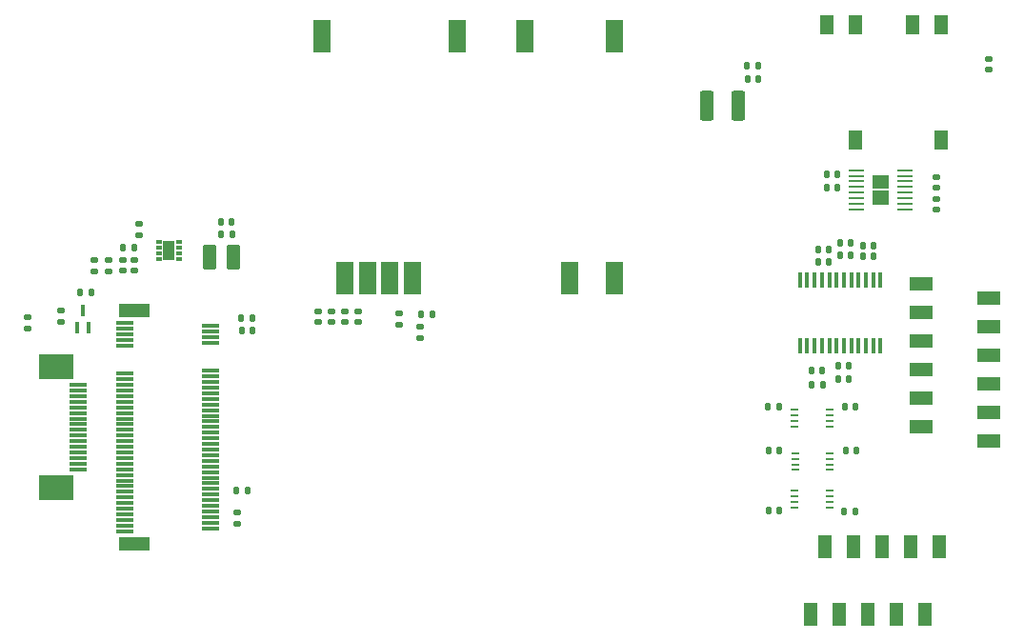
<source format=gbr>
%TF.GenerationSoftware,KiCad,Pcbnew,7.0.10*%
%TF.CreationDate,2024-12-22T17:19:54-08:00*%
%TF.ProjectId,mainbox2.1,6d61696e-626f-4783-922e-312e6b696361,rev?*%
%TF.SameCoordinates,Original*%
%TF.FileFunction,Paste,Top*%
%TF.FilePolarity,Positive*%
%FSLAX46Y46*%
G04 Gerber Fmt 4.6, Leading zero omitted, Abs format (unit mm)*
G04 Created by KiCad (PCBNEW 7.0.10) date 2024-12-22 17:19:54*
%MOMM*%
%LPD*%
G01*
G04 APERTURE LIST*
G04 Aperture macros list*
%AMRoundRect*
0 Rectangle with rounded corners*
0 $1 Rounding radius*
0 $2 $3 $4 $5 $6 $7 $8 $9 X,Y pos of 4 corners*
0 Add a 4 corners polygon primitive as box body*
4,1,4,$2,$3,$4,$5,$6,$7,$8,$9,$2,$3,0*
0 Add four circle primitives for the rounded corners*
1,1,$1+$1,$2,$3*
1,1,$1+$1,$4,$5*
1,1,$1+$1,$6,$7*
1,1,$1+$1,$8,$9*
0 Add four rect primitives between the rounded corners*
20,1,$1+$1,$2,$3,$4,$5,0*
20,1,$1+$1,$4,$5,$6,$7,0*
20,1,$1+$1,$6,$7,$8,$9,0*
20,1,$1+$1,$8,$9,$2,$3,0*%
G04 Aperture macros list end*
%ADD10RoundRect,0.140000X0.140000X0.170000X-0.140000X0.170000X-0.140000X-0.170000X0.140000X-0.170000X0*%
%ADD11RoundRect,0.140000X-0.140000X-0.170000X0.140000X-0.170000X0.140000X0.170000X-0.140000X0.170000X0*%
%ADD12RoundRect,0.135000X-0.135000X-0.185000X0.135000X-0.185000X0.135000X0.185000X-0.135000X0.185000X0*%
%ADD13RoundRect,0.135000X0.135000X0.185000X-0.135000X0.185000X-0.135000X-0.185000X0.135000X-0.185000X0*%
%ADD14RoundRect,0.135000X0.185000X-0.135000X0.185000X0.135000X-0.185000X0.135000X-0.185000X-0.135000X0*%
%ADD15RoundRect,0.140000X-0.170000X0.140000X-0.170000X-0.140000X0.170000X-0.140000X0.170000X0.140000X0*%
%ADD16R,0.750000X0.250000*%
%ADD17R,2.000000X1.200000*%
%ADD18RoundRect,0.140000X0.170000X-0.140000X0.170000X0.140000X-0.170000X0.140000X-0.170000X-0.140000X0*%
%ADD19R,1.524000X2.844800*%
%ADD20RoundRect,0.135000X-0.185000X0.135000X-0.185000X-0.135000X0.185000X-0.135000X0.185000X0.135000X0*%
%ADD21RoundRect,0.250000X-0.375000X-0.850000X0.375000X-0.850000X0.375000X0.850000X-0.375000X0.850000X0*%
%ADD22R,1.600000X0.300000*%
%ADD23R,3.120000X2.240000*%
%ADD24R,0.400000X1.000000*%
%ADD25R,1.200000X1.800000*%
%ADD26R,1.200000X2.000000*%
%ADD27R,0.500000X0.350000*%
%ADD28R,1.000000X1.800000*%
%ADD29R,1.397000X0.279400*%
%ADD30RoundRect,0.250000X0.375000X1.075000X-0.375000X1.075000X-0.375000X-1.075000X0.375000X-1.075000X0*%
%ADD31R,1.550000X0.300000*%
%ADD32R,2.750000X1.200000*%
%ADD33R,0.450000X1.475000*%
G04 APERTURE END LIST*
%TO.C,U4*%
G36*
X140017100Y-79442399D02*
G01*
X138566100Y-79442399D01*
X138566100Y-78219999D01*
X140017100Y-78219999D01*
X140017100Y-79442399D01*
G37*
G36*
X140017100Y-78019999D02*
G01*
X138566100Y-78019999D01*
X138566100Y-76797599D01*
X140017100Y-76797599D01*
X140017100Y-78019999D01*
G37*
%TD*%
D10*
%TO.C,C23*%
X135456000Y-76720000D03*
X134496000Y-76720000D03*
%TD*%
D11*
%TO.C,C26*%
X127450000Y-68250000D03*
X128410000Y-68250000D03*
%TD*%
D12*
%TO.C,R7*%
X98463000Y-89218700D03*
X99483000Y-89218700D03*
%TD*%
D13*
%TO.C,R1*%
X80627800Y-82064000D03*
X81647800Y-82064000D03*
%TD*%
D14*
%TO.C,R8*%
X69392800Y-85396800D03*
X69392800Y-84376800D03*
%TD*%
D10*
%TO.C,C6*%
X134140000Y-95450000D03*
X133180000Y-95450000D03*
%TD*%
%TO.C,C46*%
X137150000Y-101260000D03*
X136190000Y-101260000D03*
%TD*%
D15*
%TO.C,C28*%
X89290000Y-88920000D03*
X89290000Y-89880000D03*
%TD*%
D16*
%TO.C,IC7*%
X131630000Y-97690000D03*
X131630000Y-98190000D03*
X131630000Y-98690000D03*
X131630000Y-99190000D03*
X134730000Y-99190000D03*
X134730000Y-98690000D03*
X134730000Y-98190000D03*
X134730000Y-97690000D03*
%TD*%
D14*
%TO.C,R10*%
X66441200Y-89886000D03*
X66441200Y-88866000D03*
%TD*%
D10*
%TO.C,C4*%
X136460000Y-94940000D03*
X135500000Y-94940000D03*
%TD*%
D17*
%TO.C,J8*%
X142876000Y-86510000D03*
X148876000Y-87780000D03*
X142876000Y-89050000D03*
X148876000Y-90320000D03*
X142876000Y-91590000D03*
X148876000Y-92860000D03*
X142876000Y-94130000D03*
X148876000Y-95400000D03*
X142876000Y-96670000D03*
X148876000Y-97940000D03*
X142876000Y-99210000D03*
X148876000Y-100480000D03*
%TD*%
D11*
%TO.C,C41*%
X82480000Y-89500000D03*
X83440000Y-89500000D03*
%TD*%
D10*
%TO.C,C1*%
X136670000Y-83900000D03*
X135710000Y-83900000D03*
%TD*%
D14*
%TO.C,R15*%
X63510000Y-90470000D03*
X63510000Y-89450000D03*
%TD*%
D15*
%TO.C,C27*%
X90490000Y-88920000D03*
X90490000Y-89880000D03*
%TD*%
D11*
%TO.C,C14*%
X129310000Y-106650000D03*
X130270000Y-106650000D03*
%TD*%
D18*
%TO.C,C43*%
X82090000Y-107780000D03*
X82090000Y-106820000D03*
%TD*%
D10*
%TO.C,C15*%
X137030000Y-106680000D03*
X136070000Y-106680000D03*
%TD*%
D19*
%TO.C,IC2*%
X91668600Y-85953600D03*
X93668600Y-85953600D03*
X95668600Y-85953600D03*
X97668600Y-85953600D03*
X111668600Y-85953600D03*
X115668600Y-85953600D03*
X115668600Y-64465200D03*
X107668600Y-64465200D03*
X101668600Y-64465200D03*
X89668600Y-64465200D03*
%TD*%
D16*
%TO.C,IC1*%
X134747500Y-106350000D03*
X134747500Y-105850000D03*
X134747500Y-105350000D03*
X134747500Y-104850000D03*
X131647500Y-104850000D03*
X131647500Y-105350000D03*
X131647500Y-105850000D03*
X131647500Y-106350000D03*
%TD*%
D10*
%TO.C,C39*%
X80655800Y-81000800D03*
X81615800Y-81000800D03*
%TD*%
%TO.C,C2*%
X136670000Y-82800000D03*
X135710000Y-82800000D03*
%TD*%
D11*
%TO.C,C24*%
X134496000Y-77920000D03*
X135456000Y-77920000D03*
%TD*%
D18*
%TO.C,C20*%
X144276000Y-79900000D03*
X144276000Y-78940000D03*
%TD*%
D11*
%TO.C,C42*%
X82060000Y-104870000D03*
X83020000Y-104870000D03*
%TD*%
D14*
%TO.C,R5*%
X96473000Y-90128700D03*
X96473000Y-89108700D03*
%TD*%
D20*
%TO.C,R4*%
X70713600Y-85346000D03*
X70713600Y-84326000D03*
%TD*%
D11*
%TO.C,C16*%
X129277500Y-97420000D03*
X130237500Y-97420000D03*
%TD*%
D10*
%TO.C,C5*%
X134130000Y-94210000D03*
X133170000Y-94210000D03*
%TD*%
D15*
%TO.C,C36*%
X71932800Y-84364000D03*
X71932800Y-85324000D03*
%TD*%
%TO.C,C37*%
X72932800Y-84364000D03*
X72932800Y-85324000D03*
%TD*%
D10*
%TO.C,C45*%
X137067500Y-97390000D03*
X136107500Y-97390000D03*
%TD*%
D21*
%TO.C,L2*%
X81786200Y-84124000D03*
X79636200Y-84124000D03*
%TD*%
D22*
%TO.C,J3*%
X67959200Y-95462400D03*
X67959200Y-95962400D03*
X67959200Y-96462400D03*
X67959200Y-96962400D03*
X67959200Y-97462400D03*
X67959200Y-97962400D03*
X67959200Y-98462400D03*
X67959200Y-98962400D03*
X67959200Y-99462400D03*
X67959200Y-99962400D03*
X67959200Y-100462400D03*
X67959200Y-100962400D03*
X67959200Y-101462400D03*
X67959200Y-101962400D03*
X67959200Y-102462400D03*
X67959200Y-102962400D03*
D23*
X65979200Y-93815400D03*
X65979200Y-104609400D03*
%TD*%
D24*
%TO.C,Q1*%
X67900000Y-90350000D03*
X68900000Y-90350000D03*
X68400000Y-88850000D03*
%TD*%
D15*
%TO.C,C21*%
X144276000Y-76990000D03*
X144276000Y-77950000D03*
%TD*%
D20*
%TO.C,R6*%
X98373000Y-90308700D03*
X98373000Y-91328700D03*
%TD*%
D15*
%TO.C,C29*%
X91690000Y-88920000D03*
X91690000Y-89880000D03*
%TD*%
D10*
%TO.C,C9*%
X138675000Y-83055000D03*
X137715000Y-83055000D03*
%TD*%
D11*
%TO.C,C44*%
X129330000Y-101260000D03*
X130290000Y-101260000D03*
%TD*%
D10*
%TO.C,C3*%
X136450000Y-93750000D03*
X135490000Y-93750000D03*
%TD*%
D11*
%TO.C,C40*%
X82500000Y-90610000D03*
X83460000Y-90610000D03*
%TD*%
D25*
%TO.C,PS2*%
X144656000Y-63470000D03*
X142116000Y-63470000D03*
X137036000Y-63470000D03*
X134496000Y-63470000D03*
X137036000Y-73670000D03*
X144656000Y-73670000D03*
%TD*%
D26*
%TO.C,J1*%
X133066000Y-115870000D03*
X134336000Y-109870000D03*
X135606000Y-115870000D03*
X136876000Y-109870000D03*
X138146000Y-115870000D03*
X139416000Y-109870000D03*
X140686000Y-115870000D03*
X141956000Y-109870000D03*
X143226000Y-115870000D03*
X144496000Y-109870000D03*
%TD*%
D27*
%TO.C,IC6*%
X75137800Y-82744000D03*
X75137800Y-83244000D03*
X75137800Y-83744000D03*
X75137800Y-84244000D03*
X76937800Y-84244000D03*
X76937800Y-83744000D03*
X76937800Y-83244000D03*
X76937800Y-82744000D03*
D28*
X76037800Y-83494000D03*
%TD*%
D12*
%TO.C,R17*%
X71922800Y-83239000D03*
X72942800Y-83239000D03*
%TD*%
D15*
%TO.C,C11*%
X148900000Y-66490000D03*
X148900000Y-67450000D03*
%TD*%
D29*
%TO.C,U4*%
X141476000Y-79870001D03*
X141476000Y-79369999D03*
X141476000Y-78870000D03*
X141476000Y-78369999D03*
X141476000Y-77869999D03*
X141476000Y-77370001D03*
X141476000Y-76869999D03*
X141476000Y-76370000D03*
X137107200Y-76369997D03*
X137107200Y-76869999D03*
X137107200Y-77369998D03*
X137107200Y-77869999D03*
X137107200Y-78369999D03*
X137107200Y-78869997D03*
X137107200Y-79369999D03*
X137107200Y-79869998D03*
%TD*%
D16*
%TO.C,IC8*%
X131700000Y-101530000D03*
X131700000Y-102030000D03*
X131700000Y-102530000D03*
X131700000Y-103030000D03*
X134800000Y-103030000D03*
X134800000Y-102530000D03*
X134800000Y-102030000D03*
X134800000Y-101530000D03*
%TD*%
D30*
%TO.C,L1*%
X126640000Y-70610000D03*
X123840000Y-70610000D03*
%TD*%
D11*
%TO.C,C7*%
X133721000Y-84558000D03*
X134681000Y-84558000D03*
%TD*%
%TO.C,C25*%
X127440000Y-67050000D03*
X128400000Y-67050000D03*
%TD*%
D10*
%TO.C,C10*%
X138675000Y-84055000D03*
X137715000Y-84055000D03*
%TD*%
D12*
%TO.C,R2*%
X68120000Y-87220000D03*
X69140000Y-87220000D03*
%TD*%
D31*
%TO.C,J5*%
X72144200Y-108462400D03*
X79694200Y-108212400D03*
X72144200Y-107962400D03*
X79694200Y-107712400D03*
X72144200Y-107462400D03*
X79694200Y-107212400D03*
X72144200Y-106962400D03*
X79694200Y-106712400D03*
X72144200Y-106462400D03*
X79694200Y-106212400D03*
X72144200Y-105962400D03*
X79694200Y-105712400D03*
X72144200Y-105462400D03*
X79694200Y-105212400D03*
X72144200Y-104962400D03*
X79694200Y-104712400D03*
X72144200Y-104462400D03*
X79694200Y-104212400D03*
X72144200Y-103962400D03*
X79694200Y-103712400D03*
X72144200Y-103462400D03*
X79694200Y-103212400D03*
X72144200Y-102962400D03*
X79694200Y-102712400D03*
X72144200Y-102462400D03*
X79694200Y-102212400D03*
X72144200Y-101962400D03*
X79694200Y-101712400D03*
X72144200Y-101462400D03*
X79694200Y-101212400D03*
X72144200Y-100962400D03*
X79694200Y-100712400D03*
X72144200Y-100462400D03*
X79694200Y-100212400D03*
X72144200Y-99962400D03*
X79694200Y-99712400D03*
X72144200Y-99462400D03*
X79694200Y-99212400D03*
X72144200Y-98962400D03*
X79694200Y-98712400D03*
X72144200Y-98462400D03*
X79694200Y-98212400D03*
X72144200Y-97962400D03*
X79694200Y-97712400D03*
X72144200Y-97462400D03*
X79694200Y-97212400D03*
X72144200Y-96962400D03*
X79694200Y-96712400D03*
X72144200Y-96462400D03*
X79694200Y-96212400D03*
X72144200Y-95962400D03*
X79694200Y-95712400D03*
X72144200Y-95462400D03*
X79694200Y-95212400D03*
X72144200Y-94962400D03*
X79694200Y-94712400D03*
X72144200Y-94462400D03*
X79694200Y-94212400D03*
X72144200Y-91962400D03*
X79694200Y-91712400D03*
X72144200Y-91462400D03*
X79694200Y-91212400D03*
X72144200Y-90962400D03*
X79694200Y-90712400D03*
X72144200Y-90462400D03*
X79694200Y-90212400D03*
X72144200Y-89962400D03*
D32*
X72919200Y-109562400D03*
X72919200Y-88862400D03*
%TD*%
D15*
%TO.C,C30*%
X92890000Y-88920000D03*
X92890000Y-89880000D03*
%TD*%
D20*
%TO.C,R12*%
X73406000Y-81125600D03*
X73406000Y-82145600D03*
%TD*%
D33*
%TO.C,U1*%
X139276000Y-86120000D03*
X138626000Y-86120000D03*
X137976000Y-86120000D03*
X137326000Y-86120000D03*
X136676000Y-86120000D03*
X136026000Y-86120000D03*
X135376000Y-86120000D03*
X134726000Y-86120000D03*
X134076000Y-86120000D03*
X133426000Y-86120000D03*
X132776000Y-86120000D03*
X132126000Y-86120000D03*
X132126000Y-91996000D03*
X132776000Y-91996000D03*
X133426000Y-91996000D03*
X134076000Y-91996000D03*
X134726000Y-91996000D03*
X135376000Y-91996000D03*
X136026000Y-91996000D03*
X136676000Y-91996000D03*
X137326000Y-91996000D03*
X137976000Y-91996000D03*
X138626000Y-91996000D03*
X139276000Y-91996000D03*
%TD*%
D11*
%TO.C,C8*%
X133721000Y-83458000D03*
X134681000Y-83458000D03*
%TD*%
M02*

</source>
